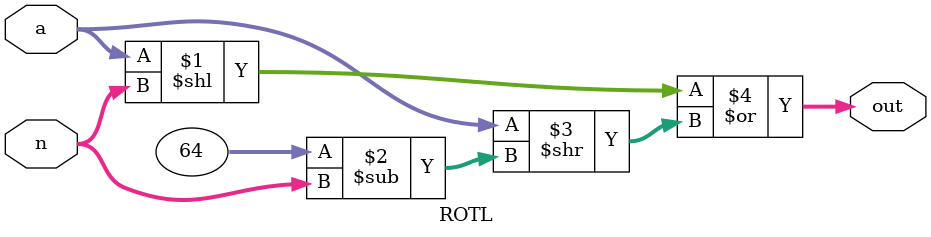
<source format=v>
module ROTL(
  input [63:0] a,
  input [5:0] n,
  output [63:0] out
);
  assign out = (a << n) | (a >> (64 - n));
endmodule

</source>
